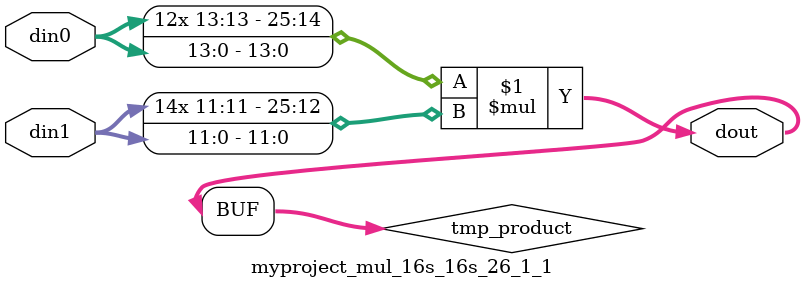
<source format=v>

`timescale 1 ns / 1 ps

  module myproject_mul_16s_16s_26_1_1(din0, din1, dout);
parameter ID = 1;
parameter NUM_STAGE = 0;
parameter din0_WIDTH = 14;
parameter din1_WIDTH = 12;
parameter dout_WIDTH = 26;

input [din0_WIDTH - 1 : 0] din0; 
input [din1_WIDTH - 1 : 0] din1; 
output [dout_WIDTH - 1 : 0] dout;

wire signed [dout_WIDTH - 1 : 0] tmp_product;













assign tmp_product = $signed(din0) * $signed(din1);








assign dout = tmp_product;







endmodule

</source>
